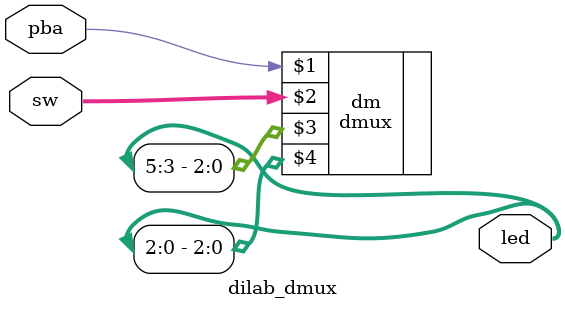
<source format=v>
module dilab_dmux(pba, sw, led);

(* altera_attribute = "-name IO_STANDARD \"2.5-V\"", chip_pin = "54" *)
input pba;

(* altera_attribute = "-name IO_STANDARD \"2.5-V\"", chip_pin = "46,25,24" *)
input [2:0] sw;

(* altera_attribute = "-name IO_STANDARD \"2.5-V\"", chip_pin = "70,69,68,67,66,65" *)
output [5:0] led;

dmux dm(pba, sw, led[5:3], led[2:0]);

endmodule

</source>
